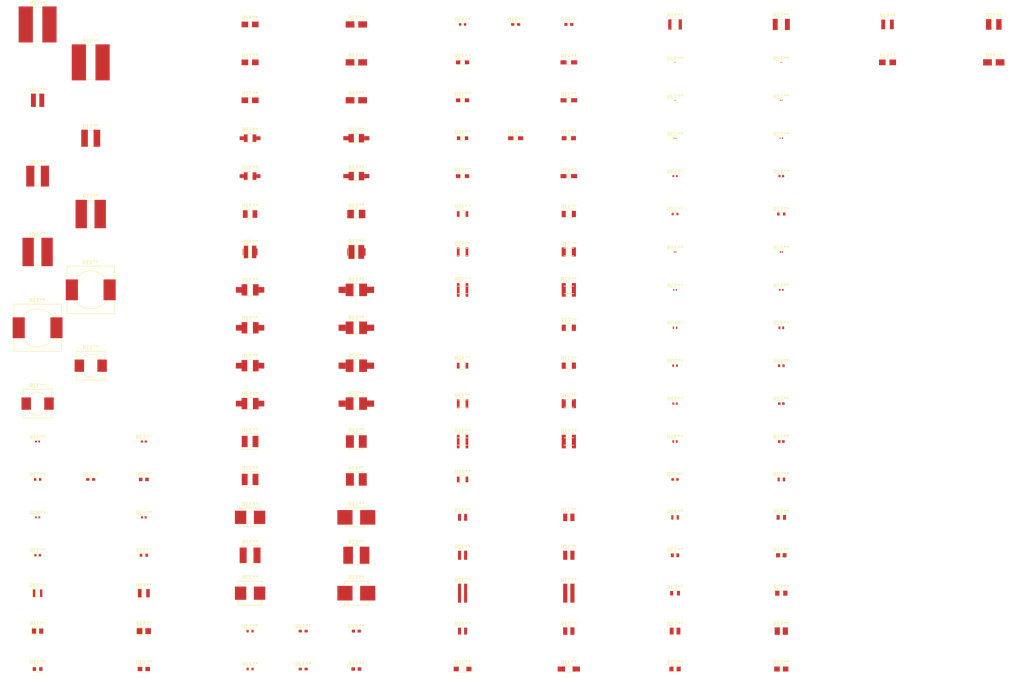
<source format=kicad_pcb>
(kicad_pcb (version 4) (host pcbnew 4.0.2-1.fc23-product)
  (layers (0 F.Cu signal) (31 B.Cu signal) (34 B.Paste user) (35 F.Paste user) (36 B.SilkS user) (37 F.SilkS user) (38 B.Mask user) (39 F.Mask user) (44 Edge.Cuts user))
  (net 0 "")
  (module Choke_CD104 (layer F.Cu) (at 20 20)
    (fp_text reference REF** (at 0 -5.6 180) (layer F.SilkS))
    (fp_text value CD104)
    (pad 1 smd rect (at -3.125 0 90) (size 9.5 3.75) (layers F.Cu F.Paste F.Mask))
    (pad 2 smd rect (at 3.125 0 90) (size 9.5 3.75) (layers F.Cu F.Paste F.Mask))
  )
  (module Choke_CD105 (layer F.Cu) (at 34 30)
    (fp_text reference REF** (at 0 -5.6 180) (layer F.SilkS))
    (fp_text value CD105)
    (pad 1 smd rect (at -3.125 0 90) (size 9.5 3.75) (layers F.Cu F.Paste F.Mask))
    (pad 2 smd rect (at 3.125 0 90) (size 9.5 3.75) (layers F.Cu F.Paste F.Mask))
  )
  (module Choke_CD32 (layer F.Cu) (at 20 40)
    (fp_text reference REF** (at 0 -2.65 180) (layer F.SilkS))
    (fp_text value CD32)
    (pad 1 smd rect (at -1.1 0 90) (size 3.5 1.3) (layers F.Cu F.Paste F.Mask))
    (pad 2 smd rect (at 1.1 0 90) (size 3.5 1.3) (layers F.Cu F.Paste F.Mask))
  )
  (module Choke_CD43 (layer F.Cu) (at 34 50)
    (fp_text reference REF** (at 0 -3.15 180) (layer F.SilkS))
    (fp_text value CD43)
    (pad 1 smd rect (at -1.625 0 90) (size 4.5 1.75) (layers F.Cu F.Paste F.Mask))
    (pad 2 smd rect (at 1.625 0 90) (size 4.5 1.75) (layers F.Cu F.Paste F.Mask))
  )
  (module Choke_CD54 (layer F.Cu) (at 20 60)
    (fp_text reference REF** (at 0 -3.65 180) (layer F.SilkS))
    (fp_text value CD54)
    (pad 1 smd rect (at -1.925 0 90) (size 5.5 2.15) (layers F.Cu F.Paste F.Mask))
    (pad 2 smd rect (at 1.925 0 90) (size 5.5 2.15) (layers F.Cu F.Paste F.Mask))
  )
  (module Choke_CD73 (layer F.Cu) (at 34 70)
    (fp_text reference REF** (at 0 -4.65 180) (layer F.SilkS))
    (fp_text value CD73)
    (pad 1 smd rect (at -2.5 0 90) (size 7.5 3) (layers F.Cu F.Paste F.Mask))
    (pad 2 smd rect (at 2.5 0 90) (size 7.5 3) (layers F.Cu F.Paste F.Mask))
  )
  (module Choke_CD75 (layer F.Cu) (at 20 80)
    (fp_text reference REF** (at 0 -4.7 180) (layer F.SilkS))
    (fp_text value CD75)
    (pad 1 smd rect (at -2.5 0 90) (size 7.5 3) (layers F.Cu F.Paste F.Mask))
    (pad 2 smd rect (at 2.5 0 90) (size 7.5 3) (layers F.Cu F.Paste F.Mask))
  )
  (module Choke_DR125 (layer F.Cu) (at 34 90)
    (fp_text reference REF** (at -0.1 -7.2) (layer F.SilkS))
    (fp_text value DR125)
    (pad 1 smd rect (at -4.975 0 90) (size 5.5 3.2) (layers F.Cu F.Paste F.Mask))
    (pad 2 smd rect (at 4.975 0 90) (size 5.5 3.2) (layers F.Cu F.Paste F.Mask))
  )
  (module Choke_DR127 (layer F.Cu) (at 20 100)
    (fp_text reference REF** (at -0.1 -7.2) (layer F.SilkS))
    (fp_text value DR127)
    (pad 1 smd rect (at -4.975 0 90) (size 5.5 3.2) (layers F.Cu F.Paste F.Mask))
    (pad 2 smd rect (at 4.975 0 90) (size 5.5 3.2) (layers F.Cu F.Paste F.Mask))
  )
  (module Choke_DR73 (layer F.Cu) (at 34 110)
    (fp_text reference REF** (at 0 -4.75) (layer F.SilkS))
    (fp_text value DR73)
    (pad 1 smd rect (at -3 0 90) (size 3.25 2.5) (layers F.Cu F.Paste F.Mask))
    (pad 2 smd rect (at 3 0 90) (size 3.25 2.5) (layers F.Cu F.Paste F.Mask))
  )
  (module Choke_DR74 (layer F.Cu) (at 20 120)
    (fp_text reference REF** (at 0 -4.7) (layer F.SilkS))
    (fp_text value DR74)
    (pad 1 smd rect (at -3 0 90) (size 3.25 2.5) (layers F.Cu F.Paste F.Mask))
    (pad 2 smd rect (at 3 0 90) (size 3.25 2.5) (layers F.Cu F.Paste F.Mask))
  )
  (module Choke_LQB15NN_Hand (layer F.Cu) (at 48 130)
    (fp_text reference REF** (at 0 -1.125) (layer F.SilkS))
    (fp_text value Choke_LQB15NN_Hand)
    (pad 1 smd rect (at -0.50625 0) (size 0.6125 0.55) (layers F.Cu F.Paste F.Mask))
    (pad 2 smd rect (at 0.50625 0) (size 0.6125 0.55) (layers F.Cu F.Paste F.Mask))
  )
  (module Choke_LQB15NN_Reflow (layer F.Cu) (at 20 130)
    (fp_text reference REF** (at 0 -1.1) (layer F.SilkS))
    (fp_text value Choke_LQB15NN_Reflow)
    (pad 1 smd rect (at -0.425 0) (size 0.45 0.5) (layers F.Cu F.Paste F.Mask))
    (pad 2 smd rect (at 0.425 0) (size 0.45 0.5) (layers F.Cu F.Paste F.Mask))
  )
  (module Choke_LQB18N_Flow (layer F.Cu) (at 34 140)
    (fp_text reference REF** (at 0 -1.25) (layer F.SilkS))
    (fp_text value Choke_LQB18N_Flow)
    (pad 1 smd rect (at -0.775 0) (size 0.85 0.7) (layers F.Cu F.Paste F.Mask))
    (pad 2 smd rect (at 0.775 0) (size 0.85 0.7) (layers F.Cu F.Paste F.Mask))
  )
  (module Choke_LQB18N_Hand (layer F.Cu) (at 48 140)
    (fp_text reference REF** (at 0 -1.3) (layer F.SilkS))
    (fp_text value Choke_LQB18N_Hand)
    (pad 1 smd rect (at -0.825 0) (size 0.95 0.9) (layers F.Cu F.Paste F.Mask))
    (pad 2 smd rect (at 0.825 0) (size 0.95 0.9) (layers F.Cu F.Paste F.Mask))
  )
  (module Choke_LQB18N_Reflow (layer F.Cu) (at 20 140)
    (fp_text reference REF** (at 0 -1.25) (layer F.SilkS))
    (fp_text value Choke_LQB18N_Reflow)
    (pad 1 smd rect (at -0.65 0) (size 0.6 0.7) (layers F.Cu F.Paste F.Mask))
    (pad 2 smd rect (at 0.65 0) (size 0.6 0.7) (layers F.Cu F.Paste F.Mask))
  )
  (module Choke_LQG15H_Hand (layer F.Cu) (at 48 150)
    (fp_text reference REF** (at 0 -1.15) (layer F.SilkS))
    (fp_text value Choke_LQG15H_Hand)
    (pad 1 smd rect (at -0.475 0) (size 0.55 0.6) (layers F.Cu F.Paste F.Mask))
    (pad 2 smd rect (at 0.475 0) (size 0.55 0.6) (layers F.Cu F.Paste F.Mask))
  )
  (module Choke_LQG15H_Reflow (layer F.Cu) (at 20 150)
    (fp_text reference REF** (at 0 -1.1) (layer F.SilkS))
    (fp_text value Choke_LQG15H_Reflow)
    (pad 1 smd rect (at -0.45 0) (size 0.5 0.5) (layers F.Cu F.Paste F.Mask))
    (pad 2 smd rect (at 0.45 0) (size 0.5 0.5) (layers F.Cu F.Paste F.Mask))
  )
  (module Choke_LQG18H_Hand (layer F.Cu) (at 48 160)
    (fp_text reference REF** (at 0 -1.25) (layer F.SilkS))
    (fp_text value Choke_LQG18H_Hand)
    (pad 1 smd rect (at -0.75 0) (size 0.7 0.8) (layers F.Cu F.Paste F.Mask))
    (pad 2 smd rect (at 0.75 0) (size 0.7 0.8) (layers F.Cu F.Paste F.Mask))
  )
  (module Choke_LQG18H_Reflow (layer F.Cu) (at 20 160)
    (fp_text reference REF** (at 0 -1.25) (layer F.SilkS))
    (fp_text value Choke_LQG18H_Reflow)
    (pad 1 smd rect (at -0.6 0) (size 0.6 0.6) (layers F.Cu F.Paste F.Mask))
    (pad 2 smd rect (at 0.6 0) (size 0.6 0.6) (layers F.Cu F.Paste F.Mask))
  )
  (module Choke_LQH2HP_GR_Hand (layer F.Cu) (at 48 170)
    (fp_text reference REF** (at 0 -2.05) (layer F.SilkS))
    (fp_text value Choke_LQH2HP_GR_Hand)
    (pad 1 smd rect (at -1.09375 0) (size 0.9375 2.2) (layers F.Cu F.Paste F.Mask))
    (pad 2 smd rect (at 1.09375 0) (size 0.9375 2.2) (layers F.Cu F.Paste F.Mask))
  )
  (module Choke_LQH2HP_GR_Reflow (layer F.Cu) (at 20 170)
    (fp_text reference REF** (at 0 -1.95) (layer F.SilkS))
    (fp_text value Choke_LQH2HP_GR_Reflow)
    (pad 1 smd rect (at -0.9375 0) (size 0.625 2) (layers F.Cu F.Paste F.Mask))
    (pad 2 smd rect (at 0.9375 0) (size 0.625 2) (layers F.Cu F.Paste F.Mask))
  )
  (module Choke_LQH2HP_Hand (layer F.Cu) (at 48 180)
    (fp_text reference REF** (at 0 -1.95) (layer F.SilkS))
    (fp_text value Choke_LQH2HP_Hand)
    (pad 1 smd rect (at -1.1375 0) (size 1.475 1.54) (layers F.Cu F.Paste F.Mask))
    (pad 2 smd rect (at 1.1375 0) (size 1.475 1.54) (layers F.Cu F.Paste F.Mask))
  )
  (module Choke_LQH2HP_Reflow (layer F.Cu) (at 20 180)
    (fp_text reference REF** (at 0 -1.95) (layer F.SilkS))
    (fp_text value Choke_LQH2HP_Reflow)
    (pad 1 smd rect (at -0.95 0) (size 1.1 1.4) (layers F.Cu F.Paste F.Mask))
    (pad 2 smd rect (at 0.95 0) (size 1.1 1.4) (layers F.Cu F.Paste F.Mask))
  )
  (module Choke_LQH2MC_Hand (layer F.Cu) (at 48 190)
    (fp_text reference REF** (at 0 -1.75) (layer F.SilkS))
    (fp_text value Choke_LQH2MC_Hand)
    (pad 1 smd rect (at -1.0125 0) (size 1.225 1.1) (layers F.Cu F.Paste F.Mask))
    (pad 2 smd rect (at 1.0125 0) (size 1.225 1.1) (layers F.Cu F.Paste F.Mask))
  )
  (module Choke_LQH2MC_Reflow (layer F.Cu) (at 20 190)
    (fp_text reference REF** (at 0 -1.75) (layer F.SilkS))
    (fp_text value Choke_LQH2MC_Reflow)
    (pad 1 smd rect (at -0.85 0) (size 0.9 1) (layers F.Cu F.Paste F.Mask))
    (pad 2 smd rect (at 0.85 0) (size 0.9 1) (layers F.Cu F.Paste F.Mask))
  )
  (module Choke_LQH31C_Hand (layer F.Cu) (at 104 20)
    (fp_text reference REF** (at 0 -1.775) (layer F.SilkS))
    (fp_text value Choke_LQH31C_Hand)
    (pad 1 smd rect (at -1.65625 0) (size 2.3125 1.65) (layers F.Cu F.Paste F.Mask))
    (pad 2 smd rect (at 1.65625 0) (size 2.3125 1.65) (layers F.Cu F.Paste F.Mask))
  )
  (module Choke_LQH31C_Reflow (layer F.Cu) (at 76 20)
    (fp_text reference REF** (at 0 -1.75) (layer F.SilkS))
    (fp_text value Choke_LQH31C_Reflow)
    (pad 1 smd rect (at -1.375 0) (size 1.75 1.5) (layers F.Cu F.Paste F.Mask))
    (pad 2 smd rect (at 1.375 0) (size 1.75 1.5) (layers F.Cu F.Paste F.Mask))
  )
  (module Choke_LQH31H_Hand (layer F.Cu) (at 104 30)
    (fp_text reference REF** (at 0 -1.775) (layer F.SilkS))
    (fp_text value Choke_LQH31H_Hand)
    (pad 1 smd rect (at -1.65625 0) (size 2.3125 1.65) (layers F.Cu F.Paste F.Mask))
    (pad 2 smd rect (at 1.65625 0) (size 2.3125 1.65) (layers F.Cu F.Paste F.Mask))
  )
  (module Choke_LQH31H_Reflow (layer F.Cu) (at 76 30)
    (fp_text reference REF** (at 0 -1.75) (layer F.SilkS))
    (fp_text value Choke_LQH31H_Reflow)
    (pad 1 smd rect (at -1.375 0) (size 1.75 1.5) (layers F.Cu F.Paste F.Mask))
    (pad 2 smd rect (at 1.375 0) (size 1.75 1.5) (layers F.Cu F.Paste F.Mask))
  )
  (module Choke_LQH31M_Hand (layer F.Cu) (at 104 40)
    (fp_text reference REF** (at 0 -1.775) (layer F.SilkS))
    (fp_text value Choke_LQH31M_Hand)
    (pad 1 smd rect (at -1.65625 0) (size 2.3125 1.65) (layers F.Cu F.Paste F.Mask))
    (pad 2 smd rect (at 1.65625 0) (size 2.3125 1.65) (layers F.Cu F.Paste F.Mask))
  )
  (module Choke_LQH31M_Reflow (layer F.Cu) (at 76 40)
    (fp_text reference REF** (at 0 -1.75) (layer F.SilkS))
    (fp_text value Choke_LQH31M_Reflow)
    (pad 1 smd rect (at -1.375 0) (size 1.75 1.5) (layers F.Cu F.Paste F.Mask))
    (pad 2 smd rect (at 1.375 0) (size 1.75 1.5) (layers F.Cu F.Paste F.Mask))
  )
  (module Choke_LQH32C_Hand (layer F.Cu) (at 104 50)
    (fp_text reference REF** (at 0 -2.2) (layer F.SilkS))
    (fp_text value Choke_LQH32C_Hand)
    (pad 1 smd rect (at -1.35625 0) (size 1.4125 2.2) (layers F.Cu F.Paste F.Mask))
    (pad 2 smd rect (at 1.35625 0) (size 1.4125 2.2) (layers F.Cu F.Paste F.Mask))
    (pad 1 smd rect (at -2.75 0) (size 1.375 1.1) (layers F.Cu F.Paste F.Mask))
    (pad 2 smd rect (at 2.75 0) (size 1.375 1.1) (layers F.Cu F.Paste F.Mask))
  )
  (module Choke_LQH32C_Reflow (layer F.Cu) (at 76 50)
    (fp_text reference REF** (at 0 -2.2) (layer F.SilkS))
    (fp_text value Choke_LQH32C_Reflow)
    (pad 1 smd rect (at -1.15 0) (size 1 2) (layers F.Cu F.Paste F.Mask))
    (pad 2 smd rect (at 1.15 0) (size 1 2) (layers F.Cu F.Paste F.Mask))
    (pad 1 smd rect (at -2.2 0) (size 1.1 1) (layers F.Cu F.Paste F.Mask))
    (pad 2 smd rect (at 2.2 0) (size 1.1 1) (layers F.Cu F.Paste F.Mask))
  )
  (module Choke_LQH32M_Hand (layer F.Cu) (at 104 60)
    (fp_text reference REF** (at 0 -2.2) (layer F.SilkS))
    (fp_text value Choke_LQH32M_Hand)
    (pad 1 smd rect (at -1.35625 0) (size 1.4125 2.2) (layers F.Cu F.Paste F.Mask))
    (pad 2 smd rect (at 1.35625 0) (size 1.4125 2.2) (layers F.Cu F.Paste F.Mask))
    (pad 1 smd rect (at -2.75 0) (size 1.375 1.1) (layers F.Cu F.Paste F.Mask))
    (pad 2 smd rect (at 2.75 0) (size 1.375 1.1) (layers F.Cu F.Paste F.Mask))
  )
  (module Choke_LQH32M_Reflow (layer F.Cu) (at 76 60)
    (fp_text reference REF** (at 0 -2.2) (layer F.SilkS))
    (fp_text value Choke_LQH32M_Reflow)
    (pad 1 smd rect (at -1.15 0) (size 1 2) (layers F.Cu F.Paste F.Mask))
    (pad 2 smd rect (at 1.15 0) (size 1 2) (layers F.Cu F.Paste F.Mask))
    (pad 1 smd rect (at -2.2 0) (size 1.1 1) (layers F.Cu F.Paste F.Mask))
    (pad 2 smd rect (at 2.2 0) (size 1.1 1) (layers F.Cu F.Paste F.Mask))
  )
  (module Choke_LQH32P_Hand (layer F.Cu) (at 104 70)
    (fp_text reference REF** (at 0 -2.2) (layer F.SilkS))
    (fp_text value Choke_LQH32P_Hand)
    (pad 1 smd rect (at -1.5125 0) (size 1.725 2.2) (layers F.Cu F.Paste F.Mask))
    (pad 2 smd rect (at 1.5125 0) (size 1.725 2.2) (layers F.Cu F.Paste F.Mask))
  )
  (module Choke_LQH32P_Reflow (layer F.Cu) (at 76 70)
    (fp_text reference REF** (at 0 -2.2) (layer F.SilkS))
    (fp_text value Choke_LQH32P_Reflow)
    (pad 1 smd rect (at -1.275 0) (size 1.25 2) (layers F.Cu F.Paste F.Mask))
    (pad 2 smd rect (at 1.275 0) (size 1.25 2) (layers F.Cu F.Paste F.Mask))
  )
  (module Choke_LQH3N_Hand (layer F.Cu) (at 104 80)
    (fp_text reference REF** (at 0 -2.765) (layer F.SilkS))
    (fp_text value Choke_LQH3N_Hand)
    (pad 1 smd rect (at -1.28125 0) (size 1.5625 3.63) (layers F.Cu F.Paste F.Mask))
    (pad 2 smd rect (at 1.28125 0) (size 1.5625 3.63) (layers F.Cu F.Paste F.Mask))
    (pad 1 smd rect (at -2.25 0) (size 0.375 1.98) (layers F.Cu F.Paste F.Mask))
    (pad 2 smd rect (at 2.25 0) (size 0.375 1.98) (layers F.Cu F.Paste F.Mask))
  )
  (module Choke_LQH3N_Reflow (layer F.Cu) (at 76 80)
    (fp_text reference REF** (at 0 -2.6) (layer F.SilkS))
    (fp_text value Choke_LQH3N_Reflow)
    (pad 1 smd rect (at -1.075 0) (size 1.15 3.3) (layers F.Cu F.Paste F.Mask))
    (pad 2 smd rect (at 1.075 0) (size 1.15 3.3) (layers F.Cu F.Paste F.Mask))
    (pad 1 smd rect (at -1.8 0) (size 0.3 1.8) (layers F.Cu F.Paste F.Mask))
    (pad 2 smd rect (at 1.8 0) (size 0.3 1.8) (layers F.Cu F.Paste F.Mask))
  )
  (module Choke_LQH43C_Hand (layer F.Cu) (at 104 90)
    (fp_text reference REF** (at 0 -2.6) (layer F.SilkS))
    (fp_text value Choke_LQH43C_Hand)
    (pad 1 smd rect (at -1.78125 0) (size 2.0625 3.3) (layers F.Cu F.Paste F.Mask))
    (pad 2 smd rect (at 1.78125 0) (size 2.0625 3.3) (layers F.Cu F.Paste F.Mask))
    (pad 1 smd rect (at -3.75 0) (size 1.875 1.65) (layers F.Cu F.Paste F.Mask))
    (pad 2 smd rect (at 3.75 0) (size 1.875 1.65) (layers F.Cu F.Paste F.Mask))
  )
  (module Choke_LQH43C_Reflow (layer F.Cu) (at 76 90)
    (fp_text reference REF** (at 0 -2.55) (layer F.SilkS))
    (fp_text value Choke_LQH43C_Reflow)
    (pad 1 smd rect (at -1.5 0) (size 1.5 3) (layers F.Cu F.Paste F.Mask))
    (pad 2 smd rect (at 1.5 0) (size 1.5 3) (layers F.Cu F.Paste F.Mask))
    (pad 1 smd rect (at -3 0) (size 1.5 1.5) (layers F.Cu F.Paste F.Mask))
    (pad 2 smd rect (at 3 0) (size 1.5 1.5) (layers F.Cu F.Paste F.Mask))
  )
  (module Choke_LQH43M_Hand (layer F.Cu) (at 104 100)
    (fp_text reference REF** (at 0 -2.6) (layer F.SilkS))
    (fp_text value Choke_LQH43M_Hand)
    (pad 1 smd rect (at -1.78125 0) (size 2.0625 3.3) (layers F.Cu F.Paste F.Mask))
    (pad 2 smd rect (at 1.78125 0) (size 2.0625 3.3) (layers F.Cu F.Paste F.Mask))
    (pad 1 smd rect (at -3.75 0) (size 1.875 1.65) (layers F.Cu F.Paste F.Mask))
    (pad 2 smd rect (at 3.75 0) (size 1.875 1.65) (layers F.Cu F.Paste F.Mask))
  )
  (module Choke_LQH43M_Reflow (layer F.Cu) (at 76 100)
    (fp_text reference REF** (at 0 -2.55) (layer F.SilkS))
    (fp_text value Choke_LQH43M_Reflow)
    (pad 1 smd rect (at -1.5 0) (size 1.5 3) (layers F.Cu F.Paste F.Mask))
    (pad 2 smd rect (at 1.5 0) (size 1.5 3) (layers F.Cu F.Paste F.Mask))
    (pad 1 smd rect (at -3 0) (size 1.5 1.5) (layers F.Cu F.Paste F.Mask))
    (pad 2 smd rect (at 3 0) (size 1.5 1.5) (layers F.Cu F.Paste F.Mask))
  )
  (module Choke_LQH43N_Hand (layer F.Cu) (at 104 110)
    (fp_text reference REF** (at 0 -2.6) (layer F.SilkS))
    (fp_text value Choke_LQH43N_Hand)
    (pad 1 smd rect (at -1.78125 0) (size 2.0625 3.3) (layers F.Cu F.Paste F.Mask))
    (pad 2 smd rect (at 1.78125 0) (size 2.0625 3.3) (layers F.Cu F.Paste F.Mask))
    (pad 1 smd rect (at -3.75 0) (size 1.875 1.65) (layers F.Cu F.Paste F.Mask))
    (pad 2 smd rect (at 3.75 0) (size 1.875 1.65) (layers F.Cu F.Paste F.Mask))
  )
  (module Choke_LQH43N_Reflow (layer F.Cu) (at 76 110)
    (fp_text reference REF** (at 0 -2.55) (layer F.SilkS))
    (fp_text value Choke_LQH43N_Reflow)
    (pad 1 smd rect (at -1.5 0) (size 1.5 3) (layers F.Cu F.Paste F.Mask))
    (pad 2 smd rect (at 1.5 0) (size 1.5 3) (layers F.Cu F.Paste F.Mask))
    (pad 1 smd rect (at -3 0) (size 1.5 1.5) (layers F.Cu F.Paste F.Mask))
    (pad 2 smd rect (at 3 0) (size 1.5 1.5) (layers F.Cu F.Paste F.Mask))
  )
  (module Choke_LQH43P_Hand (layer F.Cu) (at 104 120)
    (fp_text reference REF** (at 0 -2.6) (layer F.SilkS))
    (fp_text value Choke_LQH43P_Hand)
    (pad 1 smd rect (at -1.78125 0) (size 2.0625 3.3) (layers F.Cu F.Paste F.Mask))
    (pad 2 smd rect (at 1.78125 0) (size 2.0625 3.3) (layers F.Cu F.Paste F.Mask))
    (pad 1 smd rect (at -3.75 0) (size 1.875 1.65) (layers F.Cu F.Paste F.Mask))
    (pad 2 smd rect (at 3.75 0) (size 1.875 1.65) (layers F.Cu F.Paste F.Mask))
  )
  (module Choke_LQH43P_Reflow (layer F.Cu) (at 76 120)
    (fp_text reference REF** (at 0 -2.55) (layer F.SilkS))
    (fp_text value Choke_LQH43P_Reflow)
    (pad 1 smd rect (at -1.5 0) (size 1.5 3) (layers F.Cu F.Paste F.Mask))
    (pad 2 smd rect (at 1.5 0) (size 1.5 3) (layers F.Cu F.Paste F.Mask))
    (pad 1 smd rect (at -3 0) (size 1.5 1.5) (layers F.Cu F.Paste F.Mask))
    (pad 2 smd rect (at 3 0) (size 1.5 1.5) (layers F.Cu F.Paste F.Mask))
  )
  (module Choke_LQH44N_Hand (layer F.Cu) (at 104 130)
    (fp_text reference REF** (at 0 -2.95) (layer F.SilkS))
    (fp_text value Choke_LQH44N_Hand)
    (pad 1 smd rect (at -1.7 0) (size 2.1 3.3) (layers F.Cu F.Paste F.Mask))
    (pad 2 smd rect (at 1.7 0) (size 2.1 3.3) (layers F.Cu F.Paste F.Mask))
  )
  (module Choke_LQH44N_Reflow (layer F.Cu) (at 76 130)
    (fp_text reference REF** (at 0 -2.95) (layer F.SilkS))
    (fp_text value Choke_LQH44N_Reflow)
    (pad 1 smd rect (at -1.425 0) (size 1.55 3) (layers F.Cu F.Paste F.Mask))
    (pad 2 smd rect (at 1.425 0) (size 1.55 3) (layers F.Cu F.Paste F.Mask))
  )
  (module Choke_LQH44P_Hand (layer F.Cu) (at 104 140)
    (fp_text reference REF** (at 0 -2.95) (layer F.SilkS))
    (fp_text value Choke_LQH44P_Hand)
    (pad 1 smd rect (at -1.7 0) (size 2.1 3.3) (layers F.Cu F.Paste F.Mask))
    (pad 2 smd rect (at 1.7 0) (size 2.1 3.3) (layers F.Cu F.Paste F.Mask))
  )
  (module Choke_LQH44P_Reflow (layer F.Cu) (at 76 140)
    (fp_text reference REF** (at 0 -2.95) (layer F.SilkS))
    (fp_text value Choke_LQH44P_Reflow)
    (pad 1 smd rect (at -1.425 0) (size 1.55 3) (layers F.Cu F.Paste F.Mask))
    (pad 2 smd rect (at 1.425 0) (size 1.55 3) (layers F.Cu F.Paste F.Mask))
  )
  (module Choke_LQH55D_Hand (layer F.Cu) (at 104 150)
    (fp_text reference REF** (at 0 -3.45) (layer F.SilkS))
    (fp_text value Choke_LQH55D_Hand)
    (pad 1 smd rect (at -3 0) (size 4 3.85) (layers F.Cu F.Paste F.Mask))
    (pad 2 smd rect (at 3 0) (size 4 3.85) (layers F.Cu F.Paste F.Mask))
  )
  (module Choke_LQH55D_Reflow (layer F.Cu) (at 76 150)
    (fp_text reference REF** (at 0 -3.45) (layer F.SilkS))
    (fp_text value Choke_LQH55D_Reflow)
    (pad 1 smd rect (at -2.5 0) (size 3 3.5) (layers F.Cu F.Paste F.Mask))
    (pad 2 smd rect (at 2.5 0) (size 3 3.5) (layers F.Cu F.Paste F.Mask))
  )
  (module Choke_LQH5BP_Hand (layer F.Cu) (at 104 160)
    (fp_text reference REF** (at 0 -3.45) (layer F.SilkS))
    (fp_text value Choke_LQH5BP_Hand)
    (pad 1 smd rect (at -2.16875 0) (size 2.5375 4.51) (layers F.Cu F.Paste F.Mask))
    (pad 2 smd rect (at 2.16875 0) (size 2.5375 4.51) (layers F.Cu F.Paste F.Mask))
  )
  (module Choke_LQH5BP_Reflow (layer F.Cu) (at 76 160)
    (fp_text reference REF** (at 0 -3.45) (layer F.SilkS))
    (fp_text value Choke_LQH5BP_Reflow)
    (pad 1 smd rect (at -1.825 0) (size 1.85 4.1) (layers F.Cu F.Paste F.Mask))
    (pad 2 smd rect (at 1.825 0) (size 1.85 4.1) (layers F.Cu F.Paste F.Mask))
  )
  (module Choke_LQH66S_Hand (layer F.Cu) (at 104 170)
    (fp_text reference REF** (at 0 -4.1) (layer F.SilkS))
    (fp_text value Choke_LQH66S_Hand)
    (pad 1 smd rect (at -3 0) (size 4 3.85) (layers F.Cu F.Paste F.Mask))
    (pad 2 smd rect (at 3 0) (size 4 3.85) (layers F.Cu F.Paste F.Mask))
  )
  (module Choke_LQH66S_Reflow (layer F.Cu) (at 76 170)
    (fp_text reference REF** (at 0 -4.1) (layer F.SilkS))
    (fp_text value Choke_LQH66S_Reflow)
    (pad 1 smd rect (at -2.5 0) (size 3 3.5) (layers F.Cu F.Paste F.Mask))
    (pad 2 smd rect (at 2.5 0) (size 3 3.5) (layers F.Cu F.Paste F.Mask))
  )
  (module Choke_LQM18F_Flow (layer F.Cu) (at 90 180)
    (fp_text reference REF** (at 0 -1.25) (layer F.SilkS))
    (fp_text value Choke_LQM18F_Flow)
    (pad 1 smd rect (at -0.775 0) (size 0.85 0.7) (layers F.Cu F.Paste F.Mask))
    (pad 2 smd rect (at 0.775 0) (size 0.85 0.7) (layers F.Cu F.Paste F.Mask))
  )
  (module Choke_LQM18F_Hand (layer F.Cu) (at 104 180)
    (fp_text reference REF** (at 0 -1.25) (layer F.SilkS))
    (fp_text value Choke_LQM18F_Hand)
    (pad 1 smd rect (at -0.76875 0) (size 0.8375 0.77) (layers F.Cu F.Paste F.Mask))
    (pad 2 smd rect (at 0.76875 0) (size 0.8375 0.77) (layers F.Cu F.Paste F.Mask))
  )
  (module Choke_LQM18F_Reflow (layer F.Cu) (at 76 180)
    (fp_text reference REF** (at 0 -1.25) (layer F.SilkS))
    (fp_text value Choke_LQM18F_Reflow)
    (pad 1 smd rect (at -0.65 0) (size 0.6 0.7) (layers F.Cu F.Paste F.Mask))
    (pad 2 smd rect (at 0.65 0) (size 0.6 0.7) (layers F.Cu F.Paste F.Mask))
  )
  (module Choke_LQM18N_Flow (layer F.Cu) (at 90 190)
    (fp_text reference REF** (at 0 -1.25) (layer F.SilkS))
    (fp_text value Choke_LQM18N_Flow)
    (pad 1 smd rect (at -0.775 0) (size 0.85 0.7) (layers F.Cu F.Paste F.Mask))
    (pad 2 smd rect (at 0.775 0) (size 0.85 0.7) (layers F.Cu F.Paste F.Mask))
  )
  (module Choke_LQM18N_Hand (layer F.Cu) (at 104 190)
    (fp_text reference REF** (at 0 -1.3) (layer F.SilkS))
    (fp_text value Choke_LQM18N_Hand)
    (pad 1 smd rect (at -0.825 0) (size 0.95 0.9) (layers F.Cu F.Paste F.Mask))
    (pad 2 smd rect (at 0.825 0) (size 0.95 0.9) (layers F.Cu F.Paste F.Mask))
  )
  (module Choke_LQM18N_Reflow (layer F.Cu) (at 76 190)
    (fp_text reference REF** (at 0 -1.25) (layer F.SilkS))
    (fp_text value Choke_LQM18N_Reflow)
    (pad 1 smd rect (at -0.65 0) (size 0.6 0.7) (layers F.Cu F.Paste F.Mask))
    (pad 2 smd rect (at 0.65 0) (size 0.6 0.7) (layers F.Cu F.Paste F.Mask))
  )
  (module Choke_LQM18P_Flow (layer F.Cu) (at 146 20)
    (fp_text reference REF** (at 0 -1.25) (layer F.SilkS))
    (fp_text value Choke_LQM18P_Flow)
    (pad 1 smd rect (at -0.775 0) (size 0.85 0.7) (layers F.Cu F.Paste F.Mask))
    (pad 2 smd rect (at 0.775 0) (size 0.85 0.7) (layers F.Cu F.Paste F.Mask))
  )
  (module Choke_LQM18P_Hand (layer F.Cu) (at 160 20)
    (fp_text reference REF** (at 0 -1.25) (layer F.SilkS))
    (fp_text value Choke_LQM18P_Hand)
    (pad 1 smd rect (at -0.76875 0) (size 0.8375 0.77) (layers F.Cu F.Paste F.Mask))
    (pad 2 smd rect (at 0.76875 0) (size 0.8375 0.77) (layers F.Cu F.Paste F.Mask))
  )
  (module Choke_LQM18P_Reflow (layer F.Cu) (at 132 20)
    (fp_text reference REF** (at 0 -1.25) (layer F.SilkS))
    (fp_text value Choke_LQM18P_Reflow)
    (pad 1 smd rect (at -0.65 0) (size 0.6 0.7) (layers F.Cu F.Paste F.Mask))
    (pad 2 smd rect (at 0.65 0) (size 0.6 0.7) (layers F.Cu F.Paste F.Mask))
  )
  (module Choke_LQM21D_Hand (layer F.Cu) (at 160 30)
    (fp_text reference REF** (at 0 -1.575) (layer F.SilkS))
    (fp_text value Choke_LQM21D_Hand)
    (pad 1 smd rect (at -1.39375 0) (size 1.5875 1.1) (layers F.Cu F.Paste F.Mask))
    (pad 2 smd rect (at 1.39375 0) (size 1.5875 1.1) (layers F.Cu F.Paste F.Mask))
  )
  (module Choke_LQM21D_Reflow (layer F.Cu) (at 132 30)
    (fp_text reference REF** (at 0 -1.575) (layer F.SilkS))
    (fp_text value Choke_LQM21D_Reflow)
    (pad 1 smd rect (at -1.175 0) (size 1.15 1) (layers F.Cu F.Paste F.Mask))
    (pad 2 smd rect (at 1.175 0) (size 1.15 1) (layers F.Cu F.Paste F.Mask))
  )
  (module Choke_LQM21F_Hand (layer F.Cu) (at 160 40)
    (fp_text reference REF** (at 0 -1.575) (layer F.SilkS))
    (fp_text value Choke_LQM21F_Hand)
    (pad 1 smd rect (at -1.39375 0) (size 1.5875 1.1) (layers F.Cu F.Paste F.Mask))
    (pad 2 smd rect (at 1.39375 0) (size 1.5875 1.1) (layers F.Cu F.Paste F.Mask))
  )
  (module Choke_LQM21F_Reflow (layer F.Cu) (at 132 40)
    (fp_text reference REF** (at 0 -1.575) (layer F.SilkS))
    (fp_text value Choke_LQM21F_Reflow)
    (pad 1 smd rect (at -1.175 0) (size 1.15 1) (layers F.Cu F.Paste F.Mask))
    (pad 2 smd rect (at 1.175 0) (size 1.15 1) (layers F.Cu F.Paste F.Mask))
  )
  (module Choke_LQM21N_Flow (layer F.Cu) (at 146 50)
    (fp_text reference REF** (at 0 -1.575) (layer F.SilkS))
    (fp_text value Choke_LQM21N_Flow)
    (pad 1 smd rect (at -1.3 0) (size 1.4 1) (layers F.Cu F.Paste F.Mask))
    (pad 2 smd rect (at 1.3 0) (size 1.4 1) (layers F.Cu F.Paste F.Mask))
  )
  (module Choke_LQM21N_Hand (layer F.Cu) (at 160 50)
    (fp_text reference REF** (at 0 -1.575) (layer F.SilkS))
    (fp_text value Choke_LQM21N_Hand)
    (pad 1 smd rect (at -1.2375 0) (size 1.275 1.1) (layers F.Cu F.Paste F.Mask))
    (pad 2 smd rect (at 1.2375 0) (size 1.275 1.1) (layers F.Cu F.Paste F.Mask))
  )
  (module Choke_LQM21N_Reflow (layer F.Cu) (at 132 50)
    (fp_text reference REF** (at 0 -1.575) (layer F.SilkS))
    (fp_text value Choke_LQM21N_Reflow)
    (pad 1 smd rect (at -1.05 0) (size 0.9 1) (layers F.Cu F.Paste F.Mask))
    (pad 2 smd rect (at 1.05 0) (size 0.9 1) (layers F.Cu F.Paste F.Mask))
  )
  (module Choke_LQM21P_Hand (layer F.Cu) (at 160 60)
    (fp_text reference REF** (at 0 -1.575) (layer F.SilkS))
    (fp_text value Choke_LQM21P_Hand)
    (pad 1 smd rect (at -1.39375 0) (size 1.5875 1.1) (layers F.Cu F.Paste F.Mask))
    (pad 2 smd rect (at 1.39375 0) (size 1.5875 1.1) (layers F.Cu F.Paste F.Mask))
  )
  (module Choke_LQM21P_Reflow (layer F.Cu) (at 132 60)
    (fp_text reference REF** (at 0 -1.575) (layer F.SilkS))
    (fp_text value Choke_LQM21P_Reflow)
    (pad 1 smd rect (at -1.175 0) (size 1.15 1) (layers F.Cu F.Paste F.Mask))
    (pad 2 smd rect (at 1.175 0) (size 1.15 1) (layers F.Cu F.Paste F.Mask))
  )
  (module Choke_LQM2HP_GH_1.5A_Hand (layer F.Cu) (at 160 70)
    (fp_text reference REF** (at 0 -1.95) (layer F.SilkS))
    (fp_text value Choke_LQM2HP_GH_1.5A_Hand)
    (pad 1 smd rect (at -1.3375 0) (size 1.075 1.65) (layers F.Cu F.Paste F.Mask))
    (pad 2 smd rect (at 1.3375 0) (size 1.075 1.65) (layers F.Cu F.Paste F.Mask))
  )
  (module Choke_LQM2HP_GH_1.5A_Reflow (layer F.Cu) (at 132 70)
    (fp_text reference REF** (at 0 -1.95) (layer F.SilkS))
    (fp_text value Choke_LQM2HP_GH_1.5A_Reflow)
    (pad 1 smd rect (at -1.15 0) (size 0.7 1.5) (layers F.Cu F.Paste F.Mask))
    (pad 2 smd rect (at 1.15 0) (size 0.7 1.5) (layers F.Cu F.Paste F.Mask))
  )
  (module Choke_LQM2HP_GH_2.6A_Hand (layer F.Cu) (at 160 80)
    (fp_text reference REF** (at 0 -2.15) (layer F.SilkS))
    (fp_text value Choke_LQM2HP_GH_2.6A_Hand)
    (pad 1 smd rect (at -1.3375 0) (size 1.075 2.4) (layers F.Cu))
    (pad 2 smd rect (at 1.3375 0) (size 1.075 2.4) (layers F.Cu))
  )
  (module Choke_LQM2HP_GH_2.6A_Reflow (layer F.Cu) (at 132 80)
    (fp_text reference REF** (at 0 -2.15) (layer F.SilkS))
    (fp_text value Choke_LQM2HP_GH_2.6A_Reflow)
    (pad 1 smd rect (at -1.15 0) (size 0.7 2.4) (layers F.Cu))
    (pad 2 smd rect (at 1.15 0) (size 0.7 2.4) (layers F.Cu))
  )
  (module Choke_LQM2HP_GH_3.3A_Hand (layer F.Cu) (at 160 90)
    (fp_text reference REF** (at 0 -2.75) (layer F.SilkS))
    (fp_text value Choke_LQM2HP_GH_3.3A_Hand)
    (pad 1 smd rect (at -1.3375 0) (size 1.075 3.6) (layers F.Cu))
    (pad 2 smd rect (at 1.3375 0) (size 1.075 3.6) (layers F.Cu))
  )
  (module Choke_LQM2HP_GH_3.3A_Reflow (layer F.Cu) (at 132 90)
    (fp_text reference REF** (at 0 -2.75) (layer F.SilkS))
    (fp_text value Choke_LQM2HP_GH_3.3A_Reflow)
    (pad 1 smd rect (at -1.15 0) (size 0.7 3.6) (layers F.Cu))
    (pad 2 smd rect (at 1.15 0) (size 0.7 3.6) (layers F.Cu))
  )
  (module Choke_LQM2HP_Hand (layer F.Cu) (at 160 100)
    (fp_text reference REF** (at 0 -1.95) (layer F.SilkS))
    (fp_text value Choke_LQM2HP_Hand)
    (pad 1 smd rect (at -1.3375 0) (size 1.075 1.65) (layers F.Cu F.Paste F.Mask))
    (pad 2 smd rect (at 1.3375 0) (size 1.075 1.65) (layers F.Cu F.Paste F.Mask))
  )
  (module Choke_LQM2HP_JH_1.6A_Hand (layer F.Cu) (at 160 110)
    (fp_text reference REF** (at 0 -1.95) (layer F.SilkS))
    (fp_text value Choke_LQM2HP_JH_1.6A_Hand)
    (pad 1 smd rect (at -1.3375 0) (size 1.075 1.65) (layers F.Cu F.Paste F.Mask))
    (pad 2 smd rect (at 1.3375 0) (size 1.075 1.65) (layers F.Cu F.Paste F.Mask))
  )
  (module Choke_LQM2HP_JH_1.6A_Reflow (layer F.Cu) (at 132 110)
    (fp_text reference REF** (at 0 -1.95) (layer F.SilkS))
    (fp_text value Choke_LQM2HP_JH_1.6A_Reflow)
    (pad 1 smd rect (at -1.15 0) (size 0.7 1.5) (layers F.Cu F.Paste F.Mask))
    (pad 2 smd rect (at 1.15 0) (size 0.7 1.5) (layers F.Cu F.Paste F.Mask))
  )
  (module Choke_LQM2HP_JH_2.4A_Hand (layer F.Cu) (at 160 120)
    (fp_text reference REF** (at 0 -2.15) (layer F.SilkS))
    (fp_text value Choke_LQM2HP_JH_2.4A_Hand)
    (pad 1 smd rect (at -1.3375 0) (size 1.075 2.4) (layers F.Cu))
    (pad 2 smd rect (at 1.3375 0) (size 1.075 2.4) (layers F.Cu))
  )
  (module Choke_LQM2HP_JH_2.4A_Reflow (layer F.Cu) (at 132 120)
    (fp_text reference REF** (at 0 -2.15) (layer F.SilkS))
    (fp_text value Choke_LQM2HP_JH_2.4A_Reflow)
    (pad 1 smd rect (at -1.15 0) (size 0.7 2.4) (layers F.Cu))
    (pad 2 smd rect (at 1.15 0) (size 0.7 2.4) (layers F.Cu))
  )
  (module Choke_LQM2HP_JH_3.5A_Hand (layer F.Cu) (at 160 130)
    (fp_text reference REF** (at 0 -2.75) (layer F.SilkS))
    (fp_text value Choke_LQM2HP_JH_3.5A_Hand)
    (pad 1 smd rect (at -1.3375 0) (size 1.075 3.6) (layers F.Cu))
    (pad 2 smd rect (at 1.3375 0) (size 1.075 3.6) (layers F.Cu))
  )
  (module Choke_LQM2HP_JH_3.5A_Reflow (layer F.Cu) (at 132 130)
    (fp_text reference REF** (at 0 -2.75) (layer F.SilkS))
    (fp_text value Choke_LQM2HP_JH_3.5A_Reflow)
    (pad 1 smd rect (at -1.15 0) (size 0.7 3.6) (layers F.Cu))
    (pad 2 smd rect (at 1.15 0) (size 0.7 3.6) (layers F.Cu))
  )
  (module Choke_LQM2HP_Reflow (layer F.Cu) (at 132 140)
    (fp_text reference REF** (at 0 -1.95) (layer F.SilkS))
    (fp_text value Choke_LQM2HP_Reflow)
    (pad 1 smd rect (at -1.15 0) (size 0.7 1.5) (layers F.Cu F.Paste F.Mask))
    (pad 2 smd rect (at 1.15 0) (size 0.7 1.5) (layers F.Cu F.Paste F.Mask))
  )
  (module Choke_LQM2MP_GH_1.5A_Hand (layer F.Cu) (at 160 150)
    (fp_text reference REF** (at 0 -1.94) (layer F.SilkS))
    (fp_text value Choke_LQM2MP_GH_1.5A_Hand)
    (pad 1 smd rect (at -0.95 0) (size 1.1 1.98) (layers F.Cu F.Paste F.Mask))
    (pad 2 smd rect (at 0.95 0) (size 1.1 1.98) (layers F.Cu F.Paste F.Mask))
  )
  (module Choke_LQM2MP_GH_1.5A_Reflow (layer F.Cu) (at 132 150)
    (fp_text reference REF** (at 0 -1.85) (layer F.SilkS))
    (fp_text value Choke_LQM2MP_GH_1.5A_Reflow)
    (pad 1 smd rect (at -0.8 0) (size 0.8 1.8) (layers F.Cu F.Paste F.Mask))
    (pad 2 smd rect (at 0.8 0) (size 0.8 1.8) (layers F.Cu F.Paste F.Mask))
  )
  (module Choke_LQM2MP_GH_2.5A_Hand (layer F.Cu) (at 160 160)
    (fp_text reference REF** (at 0 -2.15) (layer F.SilkS))
    (fp_text value Choke_LQM2MP_GH_2.5A_Hand)
    (pad 1 smd rect (at -0.95 0) (size 1.1 2.4) (layers F.Cu))
    (pad 2 smd rect (at 0.95 0) (size 1.1 2.4) (layers F.Cu))
  )
  (module Choke_LQM2MP_GH_2.5A_Reflow (layer F.Cu) (at 132 160)
    (fp_text reference REF** (at 0 -2.15) (layer F.SilkS))
    (fp_text value Choke_LQM2MP_GH_2.5A_Reflow)
    (pad 1 smd rect (at -0.8 0) (size 0.8 2.4) (layers F.Cu))
    (pad 2 smd rect (at 0.8 0) (size 0.8 2.4) (layers F.Cu))
  )
  (module Choke_LQM2MP_GH_5A_Hand (layer F.Cu) (at 160 170)
    (fp_text reference REF** (at 0 -3.45) (layer F.SilkS))
    (fp_text value Choke_LQM2MP_GH_5A_Hand)
    (pad 1 smd rect (at -0.95 0) (size 1.1 5) (layers F.Cu))
    (pad 2 smd rect (at 0.95 0) (size 1.1 5) (layers F.Cu))
  )
  (module Choke_LQM2MP_GH_5A_Reflow (layer F.Cu) (at 132 170)
    (fp_text reference REF** (at 0 -3.45) (layer F.SilkS))
    (fp_text value Choke_LQM2MP_GH_5A_Reflow)
    (pad 1 smd rect (at -0.8 0) (size 0.8 5) (layers F.Cu))
    (pad 2 smd rect (at 0.8 0) (size 0.8 5) (layers F.Cu))
  )
  (module Choke_LQM2MP_Hand (layer F.Cu) (at 160 180)
    (fp_text reference REF** (at 0 -1.94) (layer F.SilkS))
    (fp_text value Choke_LQM2MP_Hand)
    (pad 1 smd rect (at -0.95 0) (size 1.1 1.98) (layers F.Cu F.Paste F.Mask))
    (pad 2 smd rect (at 0.95 0) (size 1.1 1.98) (layers F.Cu F.Paste F.Mask))
  )
  (module Choke_LQM2MP_Reflow (layer F.Cu) (at 132 180)
    (fp_text reference REF** (at 0 -1.85) (layer F.SilkS))
    (fp_text value Choke_LQM2MP_Reflow)
    (pad 1 smd rect (at -0.8 0) (size 0.8 1.8) (layers F.Cu F.Paste F.Mask))
    (pad 2 smd rect (at 0.8 0) (size 0.8 1.8) (layers F.Cu F.Paste F.Mask))
  )
  (module Choke_LQM31P_Hand (layer F.Cu) (at 160 190)
    (fp_text reference REF** (at 0 -1.75) (layer F.SilkS))
    (fp_text value Choke_LQM31P_Hand)
    (pad 1 smd rect (at -1.96875 0) (size 1.9375 1.32) (layers F.Cu F.Paste F.Mask))
    (pad 2 smd rect (at 1.96875 0) (size 1.9375 1.32) (layers F.Cu F.Paste F.Mask))
  )
  (module Choke_LQM31P_Reflow (layer F.Cu) (at 132 190)
    (fp_text reference REF** (at 0 -1.75) (layer F.SilkS))
    (fp_text value Choke_LQM31P_Reflow)
    (pad 1 smd rect (at -1.675 0) (size 1.35 1.2) (layers F.Cu F.Paste F.Mask))
    (pad 2 smd rect (at 1.675 0) (size 1.35 1.2) (layers F.Cu F.Paste F.Mask))
  )
  (module Choke_LQM32P_Hand (layer F.Cu) (at 216 20)
    (fp_text reference REF** (at 0 -2.435) (layer F.SilkS))
    (fp_text value Choke_LQM32P_Hand)
    (pad 1 smd rect (at -1.6 0) (size 1.3 2.97) (layers F.Cu F.Paste F.Mask))
    (pad 2 smd rect (at 1.6 0) (size 1.3 2.97) (layers F.Cu F.Paste F.Mask))
  )
  (module Choke_LQM32P_Reflow (layer F.Cu) (at 188 20)
    (fp_text reference REF** (at 0 -2.3) (layer F.SilkS))
    (fp_text value Choke_LQM32P_Reflow)
    (pad 1 smd rect (at -1.375 0) (size 0.85 2.7) (layers F.Cu F.Paste F.Mask))
    (pad 2 smd rect (at 1.375 0) (size 0.85 2.7) (layers F.Cu F.Paste F.Mask))
  )
  (module Choke_LQP02TN_Hand (layer F.Cu) (at 216 30)
    (fp_text reference REF** (at 0 -0.965) (layer F.SilkS))
    (fp_text value Choke_LQP02TN_Hand)
    (pad 1 smd rect (at -0.19 0) (size 0.18 0.23) (layers F.Cu F.Paste F.Mask))
    (pad 2 smd rect (at 0.19 0) (size 0.18 0.23) (layers F.Cu F.Paste F.Mask))
  )
  (module Choke_LQP02TN_Reflow (layer F.Cu) (at 188 30)
    (fp_text reference REF** (at 0 -0.95) (layer F.SilkS))
    (fp_text value Choke_LQP02TN_Reflow)
    (pad 1 smd rect (at -0.14 0) (size 0.12 0.2) (layers F.Cu F.Paste F.Mask))
    (pad 2 smd rect (at 0.14 0) (size 0.12 0.2) (layers F.Cu F.Paste F.Mask))
  )
  (module Choke_LQP02TQ_Hand (layer F.Cu) (at 216 40)
    (fp_text reference REF** (at 0 -0.96) (layer F.SilkS))
    (fp_text value Choke_LQP02TQ_Hand)
    (pad 1 smd rect (at -0.225 0) (size 0.25 0.22) (layers F.Cu F.Paste F.Mask))
    (pad 2 smd rect (at 0.225 0) (size 0.25 0.22) (layers F.Cu F.Paste F.Mask))
  )
  (module Choke_LQP02TQ_Reflow (layer F.Cu) (at 188 40)
    (fp_text reference REF** (at 0 -0.95) (layer F.SilkS))
    (fp_text value Choke_LQP02TQ_Reflow)
    (pad 1 smd rect (at -0.19 0) (size 0.18 0.2) (layers F.Cu F.Paste F.Mask))
    (pad 2 smd rect (at 0.19 0) (size 0.18 0.2) (layers F.Cu F.Paste F.Mask))
  )
  (module Choke_LQP03T_Hand (layer F.Cu) (at 216 50)
    (fp_text reference REF** (at 0 -1) (layer F.SilkS))
    (fp_text value Choke_LQP03T_Hand)
    (pad 1 smd rect (at -0.3 0) (size 0.3 0.3) (layers F.Cu F.Paste F.Mask))
    (pad 2 smd rect (at 0.3 0) (size 0.3 0.3) (layers F.Cu F.Paste F.Mask))
  )
  (module Choke_LQP03T_Reflow (layer F.Cu) (at 188 50)
    (fp_text reference REF** (at 0 -1) (layer F.SilkS))
    (fp_text value Choke_LQP03T_Reflow)
    (pad 1 smd rect (at -0.25 0) (size 0.3 0.2) (layers F.Cu F.Paste F.Mask))
    (pad 2 smd rect (at 0.25 0) (size 0.3 0.2) (layers F.Cu F.Paste F.Mask))
  )
  (module Choke_LQP15M_Hand (layer F.Cu) (at 216 60)
    (fp_text reference REF** (at 0 -1.15) (layer F.SilkS))
    (fp_text value Choke_LQP15M_Hand)
    (pad 1 smd rect (at -0.475 0) (size 0.55 0.6) (layers F.Cu F.Paste F.Mask))
    (pad 2 smd rect (at 0.475 0) (size 0.55 0.6) (layers F.Cu F.Paste F.Mask))
  )
  (module Choke_LQP15M_Reflow (layer F.Cu) (at 188 60)
    (fp_text reference REF** (at 0 -1.1) (layer F.SilkS))
    (fp_text value Choke_LQP15M_Reflow)
    (pad 1 smd rect (at -0.45 0) (size 0.5 0.5) (layers F.Cu F.Paste F.Mask))
    (pad 2 smd rect (at 0.45 0) (size 0.5 0.5) (layers F.Cu F.Paste F.Mask))
  )
  (module Choke_LQP18M_Hand (layer F.Cu) (at 216 70)
    (fp_text reference REF** (at 0 -1.25) (layer F.SilkS))
    (fp_text value Choke_LQP18M_Hand)
    (pad 1 smd rect (at -0.775 0) (size 0.65 0.8) (layers F.Cu F.Paste F.Mask))
    (pad 2 smd rect (at 0.775 0) (size 0.65 0.8) (layers F.Cu F.Paste F.Mask))
  )
  (module Choke_LQP18M_Reflow (layer F.Cu) (at 188 70)
    (fp_text reference REF** (at 0 -1.25) (layer F.SilkS))
    (fp_text value Choke_LQP18M_Reflow)
    (pad 1 smd rect (at -0.625 0) (size 0.55 0.6) (layers F.Cu F.Paste F.Mask))
    (pad 2 smd rect (at 0.625 0) (size 0.55 0.6) (layers F.Cu F.Paste F.Mask))
  )
  (module Choke_LQW03A_Hand (layer F.Cu) (at 216 80)
    (fp_text reference REF** (at 0 -1.07) (layer F.SilkS))
    (fp_text value Choke_LQW03A_Hand)
    (pad 1 smd rect (at -0.260625 0) (size 0.29125 0.44) (layers F.Cu F.Paste F.Mask))
    (pad 2 smd rect (at 0.260625 0) (size 0.29125 0.44) (layers F.Cu F.Paste F.Mask))
  )
  (module Choke_LQW03A_Reflow (layer F.Cu) (at 188 80)
    (fp_text reference REF** (at 0 -1.05) (layer F.SilkS))
    (fp_text value Choke_LQW03A_Reflow)
    (pad 1 smd rect (at -0.22 0) (size 0.21 0.4) (layers F.Cu F.Paste F.Mask))
    (pad 2 smd rect (at 0.22 0) (size 0.21 0.4) (layers F.Cu F.Paste F.Mask))
  )
  (module Choke_LQW04A_Hand (layer F.Cu) (at 216 90)
    (fp_text reference REF** (at 0 -1.07) (layer F.SilkS))
    (fp_text value Choke_LQW04A_Hand)
    (pad 1 smd rect (at -0.4125 0) (size 0.425 0.44) (layers F.Cu F.Paste F.Mask))
    (pad 2 smd rect (at 0.4125 0) (size 0.425 0.44) (layers F.Cu F.Paste F.Mask))
  )
  (module Choke_LQW04A_Reflow (layer F.Cu) (at 188 90)
    (fp_text reference REF** (at 0 -1.05) (layer F.SilkS))
    (fp_text value Choke_LQW04A_Reflow)
    (pad 1 smd rect (at -0.35 0) (size 0.3 0.4) (layers F.Cu F.Paste F.Mask))
    (pad 2 smd rect (at 0.35 0) (size 0.3 0.4) (layers F.Cu F.Paste F.Mask))
  )
  (module Choke_LQW15A_00_Hand (layer F.Cu) (at 216 100)
    (fp_text reference REF** (at 0 -1.2075) (layer F.SilkS))
    (fp_text value Choke_LQW15A_00_Hand)
    (pad 1 smd rect (at -0.5 0) (size 0.5 0.715) (layers F.Cu F.Paste F.Mask))
    (pad 2 smd rect (at 0.5 0) (size 0.5 0.715) (layers F.Cu F.Paste F.Mask))
  )
  (module Choke_LQW15A_00_Reflow (layer F.Cu) (at 188 100)
    (fp_text reference REF** (at 0 -1.175) (layer F.SilkS))
    (fp_text value Choke_LQW15A_00_Reflow)
    (pad 1 smd rect (at -0.425 0) (size 0.35 0.65) (layers F.Cu F.Paste F.Mask))
    (pad 2 smd rect (at 0.425 0) (size 0.35 0.65) (layers F.Cu F.Paste F.Mask))
  )
  (module Choke_LQW15A_80_Hand (layer F.Cu) (at 216 110)
    (fp_text reference REF** (at 0 -1.213) (layer F.SilkS))
    (fp_text value Choke_LQW15A_80_Hand)
    (pad 1 smd rect (at -0.59375 0) (size 0.5875 0.726) (layers F.Cu F.Paste F.Mask))
    (pad 2 smd rect (at 0.59375 0) (size 0.5875 0.726) (layers F.Cu F.Paste F.Mask))
  )
  (module Choke_LQW15A_80_Reflow (layer F.Cu) (at 188 110)
    (fp_text reference REF** (at 0 -1.18) (layer F.SilkS))
    (fp_text value Choke_LQW15A_80_Reflow)
    (pad 1 smd rect (at -0.505 0) (size 0.41 0.66) (layers F.Cu F.Paste F.Mask))
    (pad 2 smd rect (at 0.505 0) (size 0.41 0.66) (layers F.Cu F.Paste F.Mask))
  )
  (module Choke_LQW15C_00_Hand (layer F.Cu) (at 216 120)
    (fp_text reference REF** (at 0 -1.18) (layer F.SilkS))
    (fp_text value Choke_LQW15C_00_Hand)
    (pad 1 smd rect (at -0.5375 0) (size 0.675 0.66) (layers F.Cu F.Paste F.Mask))
    (pad 2 smd rect (at 0.5375 0) (size 0.675 0.66) (layers F.Cu F.Paste F.Mask))
  )
  (module Choke_LQW15C_00_Reflow (layer F.Cu) (at 188 120)
    (fp_text reference REF** (at 0 -1.15) (layer F.SilkS))
    (fp_text value Choke_LQW15C_00_Reflow)
    (pad 1 smd rect (at -0.45 0) (size 0.5 0.6) (layers F.Cu F.Paste F.Mask))
    (pad 2 smd rect (at 0.45 0) (size 0.5 0.6) (layers F.Cu F.Paste F.Mask))
  )
  (module Choke_LQW15C_10_Hand (layer F.Cu) (at 216 130)
    (fp_text reference REF** (at 0 -1.213) (layer F.SilkS))
    (fp_text value Choke_LQW15C_10_Hand)
    (pad 1 smd rect (at -0.5375 0) (size 0.675 0.726) (layers F.Cu F.Paste F.Mask))
    (pad 2 smd rect (at 0.5375 0) (size 0.675 0.726) (layers F.Cu F.Paste F.Mask))
  )
  (module Choke_LQW15C_10_Reflow (layer F.Cu) (at 188 130)
    (fp_text reference REF** (at 0 -1.18) (layer F.SilkS))
    (fp_text value Choke_LQW15C_10_Reflow)
    (pad 1 smd rect (at -0.45 0) (size 0.5 0.66) (layers F.Cu F.Paste F.Mask))
    (pad 2 smd rect (at 0.45 0) (size 0.5 0.66) (layers F.Cu F.Paste F.Mask))
  )
  (module Choke_LQW18A_00_Hand (layer F.Cu) (at 216 140)
    (fp_text reference REF** (at 0 -1.35) (layer F.SilkS))
    (fp_text value Choke_LQW18A_00_Hand)
    (pad 1 smd rect (at -0.7 0) (size 0.6 1) (layers F.Cu F.Paste F.Mask))
    (pad 2 smd rect (at 0.7 0) (size 0.6 1) (layers F.Cu F.Paste F.Mask))
  )
  (module Choke_LQW18A_00_Reflow (layer F.Cu) (at 188 140)
    (fp_text reference REF** (at 0 -1.25) (layer F.SilkS))
    (fp_text value Choke_LQW18A_00_Reflow)
    (pad 1 smd rect (at -0.625 0) (size 0.65 0.7) (layers F.Cu F.Paste F.Mask))
    (pad 2 smd rect (at 0.625 0) (size 0.65 0.7) (layers F.Cu F.Paste F.Mask))
  )
  (module Choke_LQW18A_80_Hand (layer F.Cu) (at 216 150)
    (fp_text reference REF** (at 0 -1.4825) (layer F.SilkS))
    (fp_text value Choke_LQW18A_80_Hand)
    (pad 1 smd rect (at -0.84 0) (size 0.82 1.265) (layers F.Cu F.Paste F.Mask))
    (pad 2 smd rect (at 0.84 0) (size 0.82 1.265) (layers F.Cu F.Paste F.Mask))
  )
  (module Choke_LQW18A_80_Reflow (layer F.Cu) (at 188 150)
    (fp_text reference REF** (at 0 -1.425) (layer F.SilkS))
    (fp_text value Choke_LQW18A_80_Reflow)
    (pad 1 smd rect (at -0.715 0) (size 0.57 1.15) (layers F.Cu F.Paste F.Mask))
    (pad 2 smd rect (at 0.715 0) (size 0.57 1.15) (layers F.Cu F.Paste F.Mask))
  )
  (module Choke_LQW18C_Hand (layer F.Cu) (at 216 160)
    (fp_text reference REF** (at 0 -1.4) (layer F.SilkS))
    (fp_text value Choke_LQW18C_Hand)
    (pad 1 smd rect (at -0.8625 0) (size 1.025 1.1) (layers F.Cu F.Paste F.Mask))
    (pad 2 smd rect (at 0.8625 0) (size 1.025 1.1) (layers F.Cu F.Paste F.Mask))
  )
  (module Choke_LQW18C_Reflow (layer F.Cu) (at 188 160)
    (fp_text reference REF** (at 0 -1.35) (layer F.SilkS))
    (fp_text value Choke_LQW18C_Reflow)
    (pad 1 smd rect (at -0.725 0) (size 0.75 1) (layers F.Cu F.Paste F.Mask))
    (pad 2 smd rect (at 0.725 0) (size 0.75 1) (layers F.Cu F.Paste F.Mask))
  )
  (module Choke_LQW21H_Hand (layer F.Cu) (at 216 170)
    (fp_text reference REF** (at 0 -1.61) (layer F.SilkS))
    (fp_text value Choke_LQW21H_Hand)
    (pad 1 smd rect (at -1.0625 0) (size 1.125 1.32) (layers F.Cu F.Paste F.Mask))
    (pad 2 smd rect (at 1.0625 0) (size 1.125 1.32) (layers F.Cu F.Paste F.Mask))
  )
  (module Choke_LQW21H_Reflow (layer F.Cu) (at 188 170)
    (fp_text reference REF** (at 0 -1.55) (layer F.SilkS))
    (fp_text value Choke_LQW21H_Reflow)
    (pad 1 smd rect (at -0.9 0) (size 0.8 1.2) (layers F.Cu F.Paste F.Mask))
    (pad 2 smd rect (at 0.9 0) (size 0.8 1.2) (layers F.Cu F.Paste F.Mask))
  )
  (module Choke_LQW2BA_Hand (layer F.Cu) (at 216 180)
    (fp_text reference REF** (at 0 -1.929) (layer F.SilkS))
    (fp_text value Choke_LQW2BA_Hand)
    (pad 1 smd rect (at -1.065 0) (size 1.37 1.958) (layers F.Cu F.Paste F.Mask))
    (pad 2 smd rect (at 1.065 0) (size 1.37 1.958) (layers F.Cu F.Paste F.Mask))
  )
  (module Choke_LQW2BA_Reflow (layer F.Cu) (at 188 180)
    (fp_text reference REF** (at 0 -1.84) (layer F.SilkS))
    (fp_text value Choke_LQW2BA_Reflow)
    (pad 1 smd rect (at -0.89 0) (size 1.02 1.78) (layers F.Cu F.Paste F.Mask))
    (pad 2 smd rect (at 0.89 0) (size 1.02 1.78) (layers F.Cu F.Paste F.Mask))
  )
  (module Choke_LQW2BH_Hand (layer F.Cu) (at 216 190)
    (fp_text reference REF** (at 0 -1.7) (layer F.SilkS))
    (fp_text value Choke_LQW2BH_Hand)
    (pad 1 smd rect (at -1.1375 0) (size 1.475 1.32) (layers F.Cu F.Paste F.Mask))
    (pad 2 smd rect (at 1.1375 0) (size 1.475 1.32) (layers F.Cu F.Paste F.Mask))
  )
  (module Choke_LQW2BH_Reflow (layer F.Cu) (at 188 190)
    (fp_text reference REF** (at 0 -1.7) (layer F.SilkS))
    (fp_text value Choke_LQW2BH_Reflow)
    (pad 1 smd rect (at -0.95 0) (size 1.1 1.2) (layers F.Cu F.Paste F.Mask))
    (pad 2 smd rect (at 0.95 0) (size 1.1 1.2) (layers F.Cu F.Paste F.Mask))
  )
  (module Choke_LQW2UA_Hand (layer F.Cu) (at 272 20)
    (fp_text reference REF** (at 0 -2.347) (layer F.SilkS))
    (fp_text value Choke_LQW2UA_Hand)
    (pad 1 smd rect (at -1.34875 0) (size 1.4275 2.794) (layers F.Cu F.Paste F.Mask))
    (pad 2 smd rect (at 1.34875 0) (size 1.4275 2.794) (layers F.Cu F.Paste F.Mask))
  )
  (module Choke_LQW2UA_Reflow (layer F.Cu) (at 244 20)
    (fp_text reference REF** (at 0 -2.22) (layer F.SilkS))
    (fp_text value Choke_LQW2UA_Reflow)
    (pad 1 smd rect (at -1.1425 0) (size 1.015 2.54) (layers F.Cu F.Paste F.Mask))
    (pad 2 smd rect (at 1.1425 0) (size 1.015 2.54) (layers F.Cu F.Paste F.Mask))
  )
  (module Choke_LQW31H_Hand (layer F.Cu) (at 272 30)
    (fp_text reference REF** (at 0 -1.775) (layer F.SilkS))
    (fp_text value Choke_LQW31H_Hand)
    (pad 1 smd rect (at -1.65625 0) (size 2.3125 1.65) (layers F.Cu F.Paste F.Mask))
    (pad 2 smd rect (at 1.65625 0) (size 2.3125 1.65) (layers F.Cu F.Paste F.Mask))
  )
  (module Choke_LQW31H_Reflow (layer F.Cu) (at 244 30)
    (fp_text reference REF** (at 0 -1.75) (layer F.SilkS))
    (fp_text value Choke_LQW31H_Reflow)
    (pad 1 smd rect (at -1.375 0) (size 1.75 1.5) (layers F.Cu F.Paste F.Mask))
    (pad 2 smd rect (at 1.375 0) (size 1.75 1.5) (layers F.Cu F.Paste F.Mask))
  )
)
</source>
